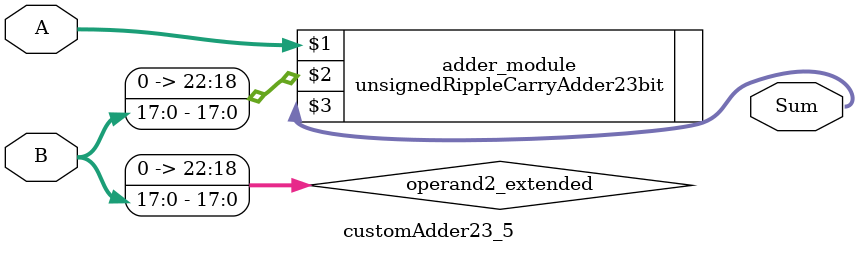
<source format=v>

module customAdder23_5(
                    input [22 : 0] A,
                    input [17 : 0] B,
                    
                    output [23 : 0] Sum
            );

    wire [22 : 0] operand2_extended;
    
    assign operand2_extended =  {5'b0, B};
    
    unsignedRippleCarryAdder23bit adder_module(
        A,
        operand2_extended,
        Sum
    );
    
endmodule
        
</source>
